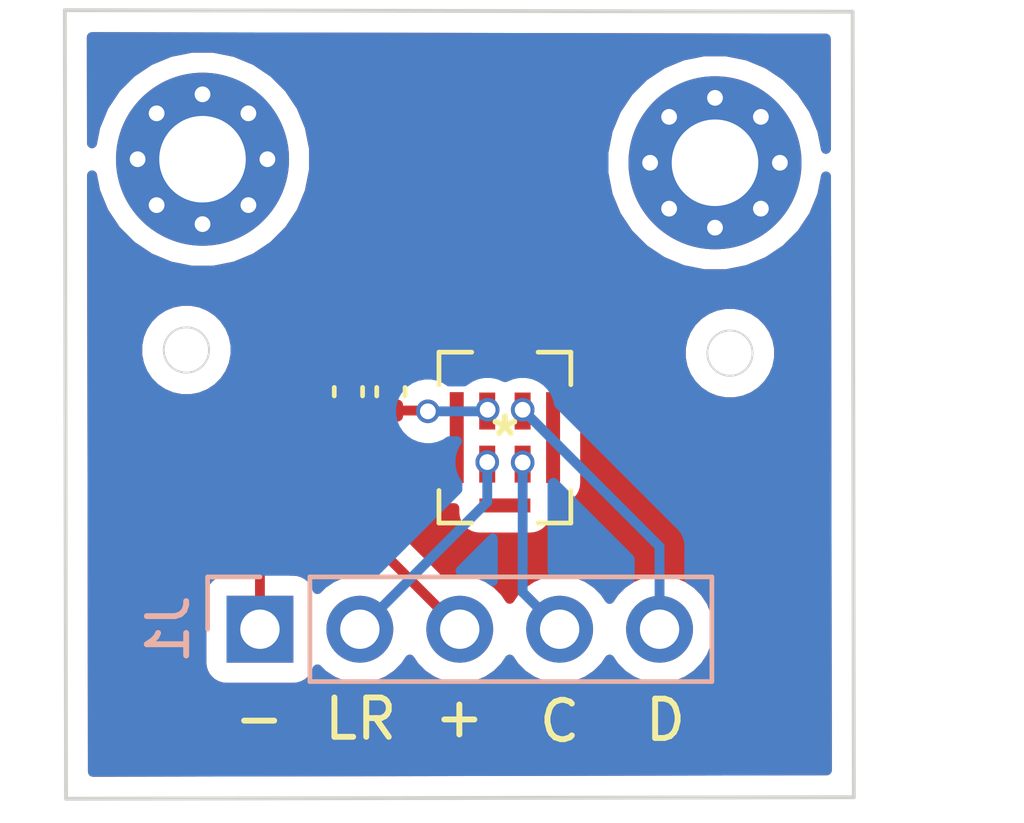
<source format=kicad_pcb>
(kicad_pcb (version 20171130) (host pcbnew "(5.1.10)-1")

  (general
    (thickness 1.6)
    (drawings 13)
    (tracks 25)
    (zones 0)
    (modules 6)
    (nets 6)
  )

  (page A4)
  (layers
    (0 TOP signal)
    (31 BOT signal)
    (32 B.Adhes user)
    (33 F.Adhes user)
    (34 B.Paste user)
    (35 F.Paste user)
    (36 B.SilkS user)
    (37 F.SilkS user)
    (38 B.Mask user)
    (39 F.Mask user)
    (40 Dwgs.User user)
    (41 Cmts.User user)
    (42 Eco1.User user)
    (43 Eco2.User user)
    (44 Edge.Cuts user)
    (45 Margin user)
    (46 B.CrtYd user)
    (47 F.CrtYd user)
    (48 B.Fab user hide)
    (49 F.Fab user)
  )

  (setup
    (last_trace_width 0.25)
    (user_trace_width 0.2)
    (user_trace_width 0.5)
    (trace_clearance 0.2)
    (zone_clearance 0.508)
    (zone_45_only no)
    (trace_min 0.2)
    (via_size 0.8)
    (via_drill 0.4)
    (via_min_size 0.4)
    (via_min_drill 0.3)
    (user_via 0.6 0.4)
    (uvia_size 0.3)
    (uvia_drill 0.1)
    (uvias_allowed no)
    (uvia_min_size 0.2)
    (uvia_min_drill 0.1)
    (edge_width 0.05)
    (segment_width 0.2)
    (pcb_text_width 0.3)
    (pcb_text_size 1.5 1.5)
    (mod_edge_width 0.12)
    (mod_text_size 1 1)
    (mod_text_width 0.15)
    (pad_size 1.524 1.524)
    (pad_drill 0.762)
    (pad_to_mask_clearance 0)
    (aux_axis_origin 0 0)
    (visible_elements 7FFFFFFF)
    (pcbplotparams
      (layerselection 0x010fc_ffffffff)
      (usegerberextensions false)
      (usegerberattributes true)
      (usegerberadvancedattributes true)
      (creategerberjobfile false)
      (excludeedgelayer true)
      (linewidth 0.100000)
      (plotframeref false)
      (viasonmask false)
      (mode 1)
      (useauxorigin false)
      (hpglpennumber 1)
      (hpglpenspeed 20)
      (hpglpendiameter 15.000000)
      (psnegative false)
      (psa4output false)
      (plotreference true)
      (plotvalue true)
      (plotinvisibletext false)
      (padsonsilk false)
      (subtractmaskfromsilk false)
      (outputformat 1)
      (mirror false)
      (drillshape 0)
      (scaleselection 1)
      (outputdirectory "assembly/"))
  )

  (net 0 "")
  (net 1 VCC)
  (net 2 GND)
  (net 3 LR)
  (net 4 CLK)
  (net 5 DOUT)

  (net_class Default "This is the default net class."
    (clearance 0.2)
    (trace_width 0.25)
    (via_dia 0.8)
    (via_drill 0.4)
    (uvia_dia 0.3)
    (uvia_drill 0.1)
    (add_net CLK)
    (add_net DOUT)
    (add_net GND)
    (add_net LR)
    (add_net VCC)
  )

  (module MountingHole:MountingHole_2.2mm_M2_Pad_Via (layer TOP) (tedit 56DDB9C7) (tstamp 6188F320)
    (at 140.34 92.17)
    (descr "Mounting Hole 2.2mm, M2")
    (tags "mounting hole 2.2mm m2")
    (path /618B6D2B)
    (attr virtual)
    (fp_text reference H2 (at 0 -3.2) (layer F.Fab)
      (effects (font (size 1 1) (thickness 0.15)))
    )
    (fp_text value MountingHole (at 0 3.2) (layer F.Fab)
      (effects (font (size 1 1) (thickness 0.15)))
    )
    (fp_text user %R (at 0.3 0) (layer F.Fab)
      (effects (font (size 1 1) (thickness 0.15)))
    )
    (fp_circle (center 0 0) (end 2.2 0) (layer Cmts.User) (width 0.15))
    (fp_circle (center 0 0) (end 2.45 0) (layer F.CrtYd) (width 0.05))
    (pad 1 thru_hole circle (at 1.166726 -1.166726) (size 0.7 0.7) (drill 0.4) (layers *.Cu *.Mask))
    (pad 1 thru_hole circle (at 0 -1.65) (size 0.7 0.7) (drill 0.4) (layers *.Cu *.Mask))
    (pad 1 thru_hole circle (at -1.166726 -1.166726) (size 0.7 0.7) (drill 0.4) (layers *.Cu *.Mask))
    (pad 1 thru_hole circle (at -1.65 0) (size 0.7 0.7) (drill 0.4) (layers *.Cu *.Mask))
    (pad 1 thru_hole circle (at -1.166726 1.166726) (size 0.7 0.7) (drill 0.4) (layers *.Cu *.Mask))
    (pad 1 thru_hole circle (at 0 1.65) (size 0.7 0.7) (drill 0.4) (layers *.Cu *.Mask))
    (pad 1 thru_hole circle (at 1.166726 1.166726) (size 0.7 0.7) (drill 0.4) (layers *.Cu *.Mask))
    (pad 1 thru_hole circle (at 1.65 0) (size 0.7 0.7) (drill 0.4) (layers *.Cu *.Mask))
    (pad 1 thru_hole circle (at 0 0) (size 4.4 4.4) (drill 2.2) (layers *.Cu *.Mask))
  )

  (module MountingHole:MountingHole_2.2mm_M2_Pad_Via (layer TOP) (tedit 56DDB9C7) (tstamp 6188F310)
    (at 127.31 92.08)
    (descr "Mounting Hole 2.2mm, M2")
    (tags "mounting hole 2.2mm m2")
    (path /618B5F91)
    (attr virtual)
    (fp_text reference H1 (at 0 -3.2) (layer F.Fab)
      (effects (font (size 1 1) (thickness 0.15)))
    )
    (fp_text value MountingHole (at 0 3.2) (layer F.Fab)
      (effects (font (size 1 1) (thickness 0.15)))
    )
    (fp_text user %R (at 0.3 0) (layer F.Fab)
      (effects (font (size 1 1) (thickness 0.15)))
    )
    (fp_circle (center 0 0) (end 2.2 0) (layer Cmts.User) (width 0.15))
    (fp_circle (center 0 0) (end 2.45 0) (layer F.CrtYd) (width 0.05))
    (pad 1 thru_hole circle (at 1.166726 -1.166726) (size 0.7 0.7) (drill 0.4) (layers *.Cu *.Mask))
    (pad 1 thru_hole circle (at 0 -1.65) (size 0.7 0.7) (drill 0.4) (layers *.Cu *.Mask))
    (pad 1 thru_hole circle (at -1.166726 -1.166726) (size 0.7 0.7) (drill 0.4) (layers *.Cu *.Mask))
    (pad 1 thru_hole circle (at -1.65 0) (size 0.7 0.7) (drill 0.4) (layers *.Cu *.Mask))
    (pad 1 thru_hole circle (at -1.166726 1.166726) (size 0.7 0.7) (drill 0.4) (layers *.Cu *.Mask))
    (pad 1 thru_hole circle (at 0 1.65) (size 0.7 0.7) (drill 0.4) (layers *.Cu *.Mask))
    (pad 1 thru_hole circle (at 1.166726 1.166726) (size 0.7 0.7) (drill 0.4) (layers *.Cu *.Mask))
    (pad 1 thru_hole circle (at 1.65 0) (size 0.7 0.7) (drill 0.4) (layers *.Cu *.Mask))
    (pad 1 thru_hole circle (at 0 0) (size 4.4 4.4) (drill 2.2) (layers *.Cu *.Mask))
  )

  (module mic:MP34DT05TR-A (layer TOP) (tedit 6188812C) (tstamp 6188F777)
    (at 134.998401 99.157466)
    (path /6188B7E8)
    (attr smd)
    (fp_text reference U1 (at 0 0) (layer F.Fab)
      (effects (font (size 1 1) (thickness 0.15)))
    )
    (fp_text value MP34DT05TR-A (at 0.631599 0.122534) (layer F.Fab)
      (effects (font (size 1 1) (thickness 0.15)))
    )
    (fp_circle (center -0.2468 -0.675) (end -0.2468 -0.675) (layer F.Fab) (width 0.1))
    (fp_circle (center -1.4298 -0.675) (end -1.4298 -0.675) (layer F.CrtYd) (width 0.05))
    (fp_line (start -1.8034 1.3989) (end -1.8034 1.3989) (layer F.CrtYd) (width 0.05))
    (fp_line (start -1.8034 2.2987) (end -1.8034 1.3989) (layer F.CrtYd) (width 0.05))
    (fp_line (start 1.8034 2.2987) (end -1.8034 2.2987) (layer F.CrtYd) (width 0.05))
    (fp_line (start 1.8034 1.3989) (end 1.8034 2.2987) (layer F.CrtYd) (width 0.05))
    (fp_line (start 1.8034 1.3989) (end 1.8034 1.3989) (layer F.CrtYd) (width 0.05))
    (fp_line (start 1.8034 -1.3989) (end 1.8034 1.3989) (layer F.CrtYd) (width 0.05))
    (fp_line (start 1.8034 -1.3989) (end 1.8034 -1.3989) (layer F.CrtYd) (width 0.05))
    (fp_line (start 1.8034 -2.2987) (end 1.8034 -1.3989) (layer F.CrtYd) (width 0.05))
    (fp_line (start -1.8034 -2.2987) (end 1.8034 -2.2987) (layer F.CrtYd) (width 0.05))
    (fp_line (start -1.8034 -1.3989) (end -1.8034 -2.2987) (layer F.CrtYd) (width 0.05))
    (fp_line (start -1.8034 -1.3989) (end -1.8034 -1.3989) (layer F.CrtYd) (width 0.05))
    (fp_line (start -1.8034 1.3989) (end -1.8034 -1.3989) (layer F.CrtYd) (width 0.05))
    (fp_line (start -1.6764 1.345065) (end -1.6764 2.1717) (layer F.SilkS) (width 0.12))
    (fp_line (start 1.6764 -1.345065) (end 1.6764 -2.1717) (layer F.SilkS) (width 0.12))
    (fp_line (start -0.843681 -2.1717) (end -1.6764 -2.1717) (layer F.SilkS) (width 0.12))
    (fp_line (start 0.843681 2.1717) (end 1.6764 2.1717) (layer F.SilkS) (width 0.12))
    (fp_line (start -1.5494 -2.0447) (end -1.5494 2.0447) (layer F.Fab) (width 0.1))
    (fp_line (start 1.5494 -2.0447) (end -1.5494 -2.0447) (layer F.Fab) (width 0.1))
    (fp_line (start 1.5494 2.0447) (end 1.5494 -2.0447) (layer F.Fab) (width 0.1))
    (fp_line (start -1.5494 2.0447) (end 1.5494 2.0447) (layer F.Fab) (width 0.1))
    (fp_line (start -1.6764 -2.1717) (end -1.6764 -1.345065) (layer F.SilkS) (width 0.12))
    (fp_line (start 1.6764 -2.1717) (end 0.843681 -2.1717) (layer F.SilkS) (width 0.12))
    (fp_line (start 1.6764 2.1717) (end 1.6764 1.345065) (layer F.SilkS) (width 0.12))
    (fp_line (start -1.6764 2.1717) (end -0.843681 2.1717) (layer F.SilkS) (width 0.12))
    (fp_text user * (at 0 0) (layer F.Fab)
      (effects (font (size 1 1) (thickness 0.15)))
    )
    (fp_text user * (at 0 0) (layer F.SilkS)
      (effects (font (size 1 1) (thickness 0.15)))
    )
    (fp_text user "Copyright 2021 Accelerated Designs. All rights reserved." (at 8.691599 1.132534) (layer Cmts.User)
      (effects (font (size 0.127 0.127) (thickness 0.002)))
    )
    (pad 7 smd rect (at -1.225 0) (size 0.3556 2.3114) (layers TOP F.Paste F.Mask))
    (pad 8 smd rect (at 1.225 0) (size 0.3556 2.3114) (layers TOP F.Paste F.Mask))
    (pad 4 smd rect (at 0.449999 -0.675) (size 0.4064 0.9398) (layers TOP F.Paste F.Mask)
      (net 5 DOUT))
    (pad 5 smd rect (at 0 -1.725) (size 1.2954 0.3556) (layers TOP F.Paste F.Mask)
      (net 2 GND))
    (pad 6 smd rect (at 0 1.725) (size 1.2954 0.3556) (layers TOP F.Paste F.Mask))
    (pad 3 smd rect (at 0.449999 0.675) (size 0.4064 0.9398) (layers TOP F.Paste F.Mask)
      (net 4 CLK))
    (pad 2 smd rect (at -0.449999 0.675) (size 0.4064 0.9398) (layers TOP F.Paste F.Mask)
      (net 3 LR))
    (pad 1 smd rect (at -0.449999 -0.675) (size 0.4064 0.9398) (layers TOP F.Paste F.Mask)
      (net 1 VCC))
  )

  (module Connector_PinHeader_2.54mm:PinHeader_1x05_P2.54mm_Vertical (layer BOT) (tedit 59FED5CC) (tstamp 6188F71F)
    (at 128.77 104.03 270)
    (descr "Through hole straight pin header, 1x05, 2.54mm pitch, single row")
    (tags "Through hole pin header THT 1x05 2.54mm single row")
    (path /62678D89)
    (fp_text reference J1 (at 0 2.33 270) (layer B.SilkS)
      (effects (font (size 1 1) (thickness 0.15)) (justify mirror))
    )
    (fp_text value Conn_01x05_Male (at 0 -12.49 270) (layer B.Fab)
      (effects (font (size 1 1) (thickness 0.15)) (justify mirror))
    )
    (fp_line (start 1.8 1.8) (end -1.8 1.8) (layer B.CrtYd) (width 0.05))
    (fp_line (start 1.8 -11.95) (end 1.8 1.8) (layer B.CrtYd) (width 0.05))
    (fp_line (start -1.8 -11.95) (end 1.8 -11.95) (layer B.CrtYd) (width 0.05))
    (fp_line (start -1.8 1.8) (end -1.8 -11.95) (layer B.CrtYd) (width 0.05))
    (fp_line (start -1.33 1.33) (end 0 1.33) (layer B.SilkS) (width 0.12))
    (fp_line (start -1.33 0) (end -1.33 1.33) (layer B.SilkS) (width 0.12))
    (fp_line (start -1.33 -1.27) (end 1.33 -1.27) (layer B.SilkS) (width 0.12))
    (fp_line (start 1.33 -1.27) (end 1.33 -11.49) (layer B.SilkS) (width 0.12))
    (fp_line (start -1.33 -1.27) (end -1.33 -11.49) (layer B.SilkS) (width 0.12))
    (fp_line (start -1.33 -11.49) (end 1.33 -11.49) (layer B.SilkS) (width 0.12))
    (fp_line (start -1.27 0.635) (end -0.635 1.27) (layer B.Fab) (width 0.1))
    (fp_line (start -1.27 -11.43) (end -1.27 0.635) (layer B.Fab) (width 0.1))
    (fp_line (start 1.27 -11.43) (end -1.27 -11.43) (layer B.Fab) (width 0.1))
    (fp_line (start 1.27 1.27) (end 1.27 -11.43) (layer B.Fab) (width 0.1))
    (fp_line (start -0.635 1.27) (end 1.27 1.27) (layer B.Fab) (width 0.1))
    (fp_text user %R (at 0 -5.08) (layer B.Fab)
      (effects (font (size 1 1) (thickness 0.15)) (justify mirror))
    )
    (pad 5 thru_hole oval (at 0 -10.16 270) (size 1.7 1.7) (drill 1) (layers *.Cu *.Mask)
      (net 5 DOUT))
    (pad 4 thru_hole oval (at 0 -7.62 270) (size 1.7 1.7) (drill 1) (layers *.Cu *.Mask)
      (net 4 CLK))
    (pad 3 thru_hole oval (at 0 -5.08 270) (size 1.7 1.7) (drill 1) (layers *.Cu *.Mask)
      (net 1 VCC))
    (pad 2 thru_hole oval (at 0 -2.54 270) (size 1.7 1.7) (drill 1) (layers *.Cu *.Mask)
      (net 3 LR))
    (pad 1 thru_hole rect (at 0 0 270) (size 1.7 1.7) (drill 1) (layers *.Cu *.Mask)
      (net 2 GND))
    (model ${KISYS3DMOD}/Connector_PinHeader_2.54mm.3dshapes/PinHeader_1x05_P2.54mm_Vertical.wrl
      (at (xyz 0 0 0))
      (scale (xyz 1 1 1))
      (rotate (xyz 0 0 0))
    )
  )

  (module Capacitor_SMD:C_0402_1005Metric (layer TOP) (tedit 5F68FEEE) (tstamp 6188F6E7)
    (at 132.1 97.99 270)
    (descr "Capacitor SMD 0402 (1005 Metric), square (rectangular) end terminal, IPC_7351 nominal, (Body size source: IPC-SM-782 page 76, https://www.pcb-3d.com/wordpress/wp-content/uploads/ipc-sm-782a_amendment_1_and_2.pdf), generated with kicad-footprint-generator")
    (tags capacitor)
    (path /62671F9D)
    (attr smd)
    (fp_text reference C2 (at 0 -1.16 90) (layer F.Fab)
      (effects (font (size 1 1) (thickness 0.15)))
    )
    (fp_text value 100nF (at 0 1.16 90) (layer F.Fab)
      (effects (font (size 1 1) (thickness 0.15)))
    )
    (fp_line (start 0.91 0.46) (end -0.91 0.46) (layer F.CrtYd) (width 0.05))
    (fp_line (start 0.91 -0.46) (end 0.91 0.46) (layer F.CrtYd) (width 0.05))
    (fp_line (start -0.91 -0.46) (end 0.91 -0.46) (layer F.CrtYd) (width 0.05))
    (fp_line (start -0.91 0.46) (end -0.91 -0.46) (layer F.CrtYd) (width 0.05))
    (fp_line (start -0.107836 0.36) (end 0.107836 0.36) (layer F.SilkS) (width 0.12))
    (fp_line (start -0.107836 -0.36) (end 0.107836 -0.36) (layer F.SilkS) (width 0.12))
    (fp_line (start 0.5 0.25) (end -0.5 0.25) (layer F.Fab) (width 0.1))
    (fp_line (start 0.5 -0.25) (end 0.5 0.25) (layer F.Fab) (width 0.1))
    (fp_line (start -0.5 -0.25) (end 0.5 -0.25) (layer F.Fab) (width 0.1))
    (fp_line (start -0.5 0.25) (end -0.5 -0.25) (layer F.Fab) (width 0.1))
    (fp_text user %R (at 0 0 90) (layer F.Fab)
      (effects (font (size 0.25 0.25) (thickness 0.04)))
    )
    (pad 2 smd roundrect (at 0.48 0 270) (size 0.56 0.62) (layers TOP F.Paste F.Mask) (roundrect_rratio 0.25)
      (net 1 VCC))
    (pad 1 smd roundrect (at -0.48 0 270) (size 0.56 0.62) (layers TOP F.Paste F.Mask) (roundrect_rratio 0.25)
      (net 2 GND))
    (model ${KISYS3DMOD}/Capacitor_SMD.3dshapes/C_0402_1005Metric.wrl
      (at (xyz 0 0 0))
      (scale (xyz 1 1 1))
      (rotate (xyz 0 0 0))
    )
  )

  (module Capacitor_SMD:C_0402_1005Metric (layer TOP) (tedit 5F68FEEE) (tstamp 6188F7D7)
    (at 131.02 97.99 270)
    (descr "Capacitor SMD 0402 (1005 Metric), square (rectangular) end terminal, IPC_7351 nominal, (Body size source: IPC-SM-782 page 76, https://www.pcb-3d.com/wordpress/wp-content/uploads/ipc-sm-782a_amendment_1_and_2.pdf), generated with kicad-footprint-generator")
    (tags capacitor)
    (path /62670E37)
    (attr smd)
    (fp_text reference C1 (at 0 -1.16 90) (layer F.Fab)
      (effects (font (size 1 1) (thickness 0.15)))
    )
    (fp_text value 1uF (at 0 1.16 90) (layer F.Fab)
      (effects (font (size 1 1) (thickness 0.15)))
    )
    (fp_line (start 0.91 0.46) (end -0.91 0.46) (layer F.CrtYd) (width 0.05))
    (fp_line (start 0.91 -0.46) (end 0.91 0.46) (layer F.CrtYd) (width 0.05))
    (fp_line (start -0.91 -0.46) (end 0.91 -0.46) (layer F.CrtYd) (width 0.05))
    (fp_line (start -0.91 0.46) (end -0.91 -0.46) (layer F.CrtYd) (width 0.05))
    (fp_line (start -0.107836 0.36) (end 0.107836 0.36) (layer F.SilkS) (width 0.12))
    (fp_line (start -0.107836 -0.36) (end 0.107836 -0.36) (layer F.SilkS) (width 0.12))
    (fp_line (start 0.5 0.25) (end -0.5 0.25) (layer F.Fab) (width 0.1))
    (fp_line (start 0.5 -0.25) (end 0.5 0.25) (layer F.Fab) (width 0.1))
    (fp_line (start -0.5 -0.25) (end 0.5 -0.25) (layer F.Fab) (width 0.1))
    (fp_line (start -0.5 0.25) (end -0.5 -0.25) (layer F.Fab) (width 0.1))
    (fp_text user %R (at 0 0 90) (layer F.Fab)
      (effects (font (size 0.25 0.25) (thickness 0.04)))
    )
    (pad 2 smd roundrect (at 0.48 0 270) (size 0.56 0.62) (layers TOP F.Paste F.Mask) (roundrect_rratio 0.25)
      (net 1 VCC))
    (pad 1 smd roundrect (at -0.48 0 270) (size 0.56 0.62) (layers TOP F.Paste F.Mask) (roundrect_rratio 0.25)
      (net 2 GND))
    (model ${KISYS3DMOD}/Capacitor_SMD.3dshapes/C_0402_1005Metric.wrl
      (at (xyz 0 0 0))
      (scale (xyz 1 1 1))
      (rotate (xyz 0 0 0))
    )
  )

  (gr_line (start 123.81 88.29) (end 143.84 88.33) (layer Edge.Cuts) (width 0.1))
  (gr_line (start 123.84 108.34) (end 123.81 88.29) (layer Edge.Cuts) (width 0.1))
  (gr_line (start 143.87 108.3) (end 123.84 108.34) (layer Edge.Cuts) (width 0.1))
  (gr_line (start 143.84 88.33) (end 143.87 108.3) (layer Edge.Cuts) (width 0.1))
  (dimension 20.02004 (width 0.15) (layer Dwgs.User) (tstamp 6188F7FF)
    (gr_text "20.020 mm" (at 133.862597 109.599997 0.1144769296) (layer Dwgs.User) (tstamp 6188F800)
      (effects (font (size 1 1) (thickness 0.15)))
    )
    (feature1 (pts (xy 143.831475 88.998439) (xy 143.871171 108.866419)))
    (feature2 (pts (xy 123.811475 89.038439) (xy 123.851171 108.906419)))
    (crossbar (pts (xy 123.85 108.32) (xy 143.87 108.28)))
    (arrow1a (pts (xy 143.87 108.28) (xy 142.74467 108.86867)))
    (arrow1b (pts (xy 143.87 108.28) (xy 142.742327 107.695831)))
    (arrow2a (pts (xy 123.85 108.32) (xy 124.977673 108.904169)))
    (arrow2b (pts (xy 123.85 108.32) (xy 124.97533 107.73133)))
  )
  (dimension 20.02004 (width 0.15) (layer Dwgs.User) (tstamp 6188F805)
    (gr_text "20.020 mm" (at 146.834172 98.34792 89.88552307) (layer Dwgs.User) (tstamp 6188F806)
      (effects (font (size 1 1) (thickness 0.15)))
    )
    (feature1 (pts (xy 122.83 108.31) (xy 146.100594 108.356495)))
    (feature2 (pts (xy 122.87 88.29) (xy 146.140594 88.336495)))
    (crossbar (pts (xy 145.554175 88.335323) (xy 145.514175 108.355323)))
    (arrow1a (pts (xy 145.514175 108.355323) (xy 144.930006 107.22765)))
    (arrow1b (pts (xy 145.514175 108.355323) (xy 146.102845 107.229993)))
    (arrow2a (pts (xy 145.554175 88.335323) (xy 144.965505 89.460653)))
    (arrow2b (pts (xy 145.554175 88.335323) (xy 146.138344 89.462996)))
  )
  (gr_text LR (at 131.33 106.31) (layer F.SilkS) (tstamp 6188F693)
    (effects (font (size 1 1) (thickness 0.15)))
  )
  (gr_text D (at 139.08 106.34) (layer F.SilkS) (tstamp 6188F696)
    (effects (font (size 1 1) (thickness 0.15)))
  )
  (gr_text C (at 136.39 106.37) (layer F.SilkS) (tstamp 6188F690)
    (effects (font (size 1 1) (thickness 0.15)))
  )
  (gr_text - (at 128.75 106.28) (layer F.SilkS) (tstamp 6188F68D)
    (effects (font (size 1 1) (thickness 0.15)))
  )
  (gr_text + (at 133.84 106.25) (layer F.SilkS) (tstamp 6188F699)
    (effects (font (size 1 1) (thickness 0.15)))
  )
  (gr_circle (center 140.72 97.01) (end 141.296 97.01) (layer Edge.Cuts) (width 0.05) (tstamp 6188F7F8))
  (gr_circle (center 126.9 96.93) (end 127.476 96.93) (layer Edge.Cuts) (width 0.05) (tstamp 6188F7FB))

  (via (at 133.04 98.49) (size 0.6) (drill 0.4) (layers TOP BOT) (net 1) (tstamp 6188F80D))
  (via (at 134.56 98.45) (size 0.6) (drill 0.4) (layers TOP BOT) (net 1) (tstamp 6188F810) (status 30))
  (segment (start 132.1 98.47) (end 131.02 98.47) (width 0.25) (layer TOP) (net 1) (tstamp 6188F69F) (status 30))
  (segment (start 133.02 98.47) (end 133.04 98.49) (width 0.25) (layer TOP) (net 1) (tstamp 6188F69C))
  (segment (start 132.1 98.47) (end 133.02 98.47) (width 0.25) (layer TOP) (net 1) (tstamp 6188F6D2) (status 10))
  (segment (start 134.52 98.49) (end 134.56 98.45) (width 0.25) (layer BOT) (net 1) (tstamp 6188F6C3))
  (segment (start 133.04 98.49) (end 134.52 98.49) (width 0.25) (layer BOT) (net 1) (tstamp 6188F6C0))
  (segment (start 131.02 101.2) (end 133.85 104.03) (width 0.25) (layer TOP) (net 1) (tstamp 6188F6D5))
  (segment (start 131.02 98.47) (end 131.02 101.2) (width 0.25) (layer TOP) (net 1) (tstamp 6188F6C9))
  (segment (start 132.1 97.51) (end 131.02 97.51) (width 0.25) (layer TOP) (net 2) (tstamp 6188F6C6) (status 30))
  (segment (start 132.177534 97.432466) (end 132.1 97.51) (width 0.25) (layer TOP) (net 2) (tstamp 6188F6B4) (status 30))
  (segment (start 134.998401 97.432466) (end 132.177534 97.432466) (width 0.25) (layer TOP) (net 2) (tstamp 6188F6B1) (status 30))
  (segment (start 128.77 99.45) (end 128.77 104.03) (width 0.25) (layer TOP) (net 2) (tstamp 6188F6A8))
  (segment (start 130.71 97.51) (end 128.77 99.45) (width 0.25) (layer TOP) (net 2) (tstamp 6188F6AE))
  (segment (start 131.02 97.51) (end 130.71 97.51) (width 0.25) (layer TOP) (net 2) (tstamp 6188F6B7))
  (via (at 134.55 99.78) (size 0.6) (drill 0.4) (layers TOP BOT) (net 3) (tstamp 6188F80A) (status 30))
  (segment (start 131.43 103.91) (end 131.31 104.03) (width 0.25) (layer BOT) (net 3) (tstamp 6188F6A5) (status 30))
  (segment (start 134.55 100.79) (end 131.31 104.03) (width 0.25) (layer BOT) (net 3) (tstamp 6188F6CF))
  (segment (start 134.55 99.78) (end 134.55 100.79) (width 0.25) (layer BOT) (net 3) (tstamp 6188F6A2))
  (via (at 135.45 99.79) (size 0.6) (drill 0.4) (layers TOP BOT) (net 4) (tstamp 6188F813) (status 30))
  (segment (start 135.45 103.09) (end 136.39 104.03) (width 0.25) (layer BOT) (net 4) (tstamp 6188F6BD))
  (segment (start 135.45 99.79) (end 135.45 103.09) (width 0.25) (layer BOT) (net 4) (tstamp 6188F6CC))
  (via (at 135.45 98.45) (size 0.6) (drill 0.4) (layers TOP BOT) (net 5) (tstamp 6188F816) (status 30))
  (segment (start 138.93 101.93) (end 138.93 104.03) (width 0.25) (layer BOT) (net 5) (tstamp 6188F6AB))
  (segment (start 135.45 98.45) (end 138.93 101.93) (width 0.25) (layer BOT) (net 5) (tstamp 6188F6BA))

  (zone (net 0) (net_name "") (layer TOP) (tstamp 0) (hatch edge 0.508)
    (connect_pads (clearance 0.508))
    (min_thickness 0.254)
    (fill yes (arc_segments 32) (thermal_gap 0.508) (thermal_bridge_width 0.508))
    (polygon
      (pts
        (xy 143.84 88.33) (xy 143.86 108.3) (xy 123.85 108.34) (xy 123.8 88.27)
      )
    )
    (filled_polygon
      (pts
        (xy 143.156027 89.013635) (xy 143.160238 91.816562) (xy 143.066052 91.343061) (xy 142.852344 90.827124) (xy 142.542088 90.362793)
        (xy 142.147207 89.967912) (xy 141.682876 89.657656) (xy 141.166939 89.443948) (xy 140.619223 89.335) (xy 140.060777 89.335)
        (xy 139.513061 89.443948) (xy 138.997124 89.657656) (xy 138.532793 89.967912) (xy 138.137912 90.362793) (xy 137.827656 90.827124)
        (xy 137.613948 91.343061) (xy 137.505 91.890777) (xy 137.505 92.449223) (xy 137.613948 92.996939) (xy 137.827656 93.512876)
        (xy 138.137912 93.977207) (xy 138.532793 94.372088) (xy 138.997124 94.682344) (xy 139.513061 94.896052) (xy 140.060777 95.005)
        (xy 140.619223 95.005) (xy 141.166939 94.896052) (xy 141.682876 94.682344) (xy 142.147207 94.372088) (xy 142.542088 93.977207)
        (xy 142.852344 93.512876) (xy 143.066052 92.996939) (xy 143.161292 92.518139) (xy 143.183973 107.616369) (xy 124.523973 107.653633)
        (xy 124.51728 103.18) (xy 127.281928 103.18) (xy 127.281928 104.88) (xy 127.294188 105.004482) (xy 127.330498 105.12418)
        (xy 127.389463 105.234494) (xy 127.468815 105.331185) (xy 127.565506 105.410537) (xy 127.67582 105.469502) (xy 127.795518 105.505812)
        (xy 127.92 105.518072) (xy 129.62 105.518072) (xy 129.744482 105.505812) (xy 129.86418 105.469502) (xy 129.974494 105.410537)
        (xy 130.071185 105.331185) (xy 130.150537 105.234494) (xy 130.209502 105.12418) (xy 130.231513 105.05162) (xy 130.363368 105.183475)
        (xy 130.606589 105.34599) (xy 130.876842 105.457932) (xy 131.16374 105.515) (xy 131.45626 105.515) (xy 131.743158 105.457932)
        (xy 132.013411 105.34599) (xy 132.256632 105.183475) (xy 132.463475 104.976632) (xy 132.58 104.80224) (xy 132.696525 104.976632)
        (xy 132.903368 105.183475) (xy 133.146589 105.34599) (xy 133.416842 105.457932) (xy 133.70374 105.515) (xy 133.99626 105.515)
        (xy 134.283158 105.457932) (xy 134.553411 105.34599) (xy 134.796632 105.183475) (xy 135.003475 104.976632) (xy 135.12 104.80224)
        (xy 135.236525 104.976632) (xy 135.443368 105.183475) (xy 135.686589 105.34599) (xy 135.956842 105.457932) (xy 136.24374 105.515)
        (xy 136.53626 105.515) (xy 136.823158 105.457932) (xy 137.093411 105.34599) (xy 137.336632 105.183475) (xy 137.543475 104.976632)
        (xy 137.66 104.80224) (xy 137.776525 104.976632) (xy 137.983368 105.183475) (xy 138.226589 105.34599) (xy 138.496842 105.457932)
        (xy 138.78374 105.515) (xy 139.07626 105.515) (xy 139.363158 105.457932) (xy 139.633411 105.34599) (xy 139.876632 105.183475)
        (xy 140.083475 104.976632) (xy 140.24599 104.733411) (xy 140.357932 104.463158) (xy 140.415 104.17626) (xy 140.415 103.88374)
        (xy 140.357932 103.596842) (xy 140.24599 103.326589) (xy 140.083475 103.083368) (xy 139.876632 102.876525) (xy 139.633411 102.71401)
        (xy 139.363158 102.602068) (xy 139.07626 102.545) (xy 138.78374 102.545) (xy 138.496842 102.602068) (xy 138.226589 102.71401)
        (xy 137.983368 102.876525) (xy 137.776525 103.083368) (xy 137.66 103.25776) (xy 137.543475 103.083368) (xy 137.336632 102.876525)
        (xy 137.093411 102.71401) (xy 136.823158 102.602068) (xy 136.53626 102.545) (xy 136.24374 102.545) (xy 135.956842 102.602068)
        (xy 135.686589 102.71401) (xy 135.443368 102.876525) (xy 135.236525 103.083368) (xy 135.12 103.25776) (xy 135.003475 103.083368)
        (xy 134.796632 102.876525) (xy 134.553411 102.71401) (xy 134.283158 102.602068) (xy 133.99626 102.545) (xy 133.70374 102.545)
        (xy 133.483593 102.58879) (xy 131.78 100.885199) (xy 131.78 99.373299) (xy 131.93 99.388072) (xy 132.27 99.388072)
        (xy 132.421794 99.373122) (xy 132.567755 99.328845) (xy 132.592594 99.315568) (xy 132.597111 99.318586) (xy 132.767271 99.389068)
        (xy 132.947911 99.425) (xy 132.957529 99.425) (xy 132.957529 100.313166) (xy 132.969789 100.437648) (xy 133.006099 100.557346)
        (xy 133.065064 100.66766) (xy 133.144416 100.764351) (xy 133.241107 100.843703) (xy 133.351421 100.902668) (xy 133.471119 100.938978)
        (xy 133.595601 100.951238) (xy 133.712629 100.951238) (xy 133.712629 101.060266) (xy 133.724889 101.184748) (xy 133.761199 101.304446)
        (xy 133.820164 101.41476) (xy 133.899516 101.511451) (xy 133.996207 101.590803) (xy 134.106521 101.649768) (xy 134.226219 101.686078)
        (xy 134.350701 101.698338) (xy 135.646101 101.698338) (xy 135.770583 101.686078) (xy 135.890281 101.649768) (xy 136.000595 101.590803)
        (xy 136.097286 101.511451) (xy 136.176638 101.41476) (xy 136.235603 101.304446) (xy 136.271913 101.184748) (xy 136.284173 101.060266)
        (xy 136.284173 100.951238) (xy 136.401201 100.951238) (xy 136.525683 100.938978) (xy 136.645381 100.902668) (xy 136.755695 100.843703)
        (xy 136.852386 100.764351) (xy 136.931738 100.66766) (xy 136.990703 100.557346) (xy 137.027013 100.437648) (xy 137.039273 100.313166)
        (xy 137.039273 98.001766) (xy 137.027013 97.877284) (xy 136.990703 97.757586) (xy 136.931738 97.647272) (xy 136.852386 97.550581)
        (xy 136.755695 97.471229) (xy 136.645381 97.412264) (xy 136.525683 97.375954) (xy 136.401201 97.363694) (xy 136.284173 97.363694)
        (xy 136.284173 97.254666) (xy 136.271913 97.130184) (xy 136.235603 97.010486) (xy 136.176638 96.900172) (xy 136.165738 96.88689)
        (xy 139.470048 96.88689) (xy 139.470048 97.13311) (xy 139.518083 97.374598) (xy 139.612307 97.602074) (xy 139.749099 97.806798)
        (xy 139.923202 97.980901) (xy 140.127926 98.117693) (xy 140.355402 98.211917) (xy 140.59689 98.259952) (xy 140.84311 98.259952)
        (xy 141.084598 98.211917) (xy 141.312074 98.117693) (xy 141.516798 97.980901) (xy 141.690901 97.806798) (xy 141.827693 97.602074)
        (xy 141.921917 97.374598) (xy 141.969952 97.13311) (xy 141.969952 96.88689) (xy 141.921917 96.645402) (xy 141.827693 96.417926)
        (xy 141.690901 96.213202) (xy 141.516798 96.039099) (xy 141.312074 95.902307) (xy 141.084598 95.808083) (xy 140.84311 95.760048)
        (xy 140.59689 95.760048) (xy 140.355402 95.808083) (xy 140.127926 95.902307) (xy 139.923202 96.039099) (xy 139.749099 96.213202)
        (xy 139.612307 96.417926) (xy 139.518083 96.645402) (xy 139.470048 96.88689) (xy 136.165738 96.88689) (xy 136.097286 96.803481)
        (xy 136.000595 96.724129) (xy 135.890281 96.665164) (xy 135.770583 96.628854) (xy 135.646101 96.616594) (xy 134.350701 96.616594)
        (xy 134.226219 96.628854) (xy 134.106521 96.665164) (xy 134.09286 96.672466) (xy 132.607625 96.672466) (xy 132.567755 96.651155)
        (xy 132.421794 96.606878) (xy 132.27 96.591928) (xy 131.93 96.591928) (xy 131.778206 96.606878) (xy 131.632245 96.651155)
        (xy 131.56 96.689771) (xy 131.487755 96.651155) (xy 131.341794 96.606878) (xy 131.19 96.591928) (xy 130.85 96.591928)
        (xy 130.698206 96.606878) (xy 130.552245 96.651155) (xy 130.417726 96.723057) (xy 130.29982 96.81982) (xy 130.203057 96.937726)
        (xy 130.19816 96.946888) (xy 130.169999 96.969999) (xy 130.146201 96.998997) (xy 128.259003 98.886196) (xy 128.229999 98.909999)
        (xy 128.196011 98.951414) (xy 128.135026 99.025724) (xy 128.102793 99.086028) (xy 128.064454 99.157754) (xy 128.020997 99.301015)
        (xy 128.01 99.412668) (xy 128.01 99.412678) (xy 128.006324 99.45) (xy 128.01 99.487323) (xy 128.010001 102.541928)
        (xy 127.92 102.541928) (xy 127.795518 102.554188) (xy 127.67582 102.590498) (xy 127.565506 102.649463) (xy 127.468815 102.728815)
        (xy 127.389463 102.825506) (xy 127.330498 102.93582) (xy 127.294188 103.055518) (xy 127.281928 103.18) (xy 124.51728 103.18)
        (xy 124.507744 96.80689) (xy 125.650048 96.80689) (xy 125.650048 97.05311) (xy 125.698083 97.294598) (xy 125.792307 97.522074)
        (xy 125.929099 97.726798) (xy 126.103202 97.900901) (xy 126.307926 98.037693) (xy 126.535402 98.131917) (xy 126.77689 98.179952)
        (xy 127.02311 98.179952) (xy 127.264598 98.131917) (xy 127.492074 98.037693) (xy 127.696798 97.900901) (xy 127.870901 97.726798)
        (xy 128.007693 97.522074) (xy 128.101917 97.294598) (xy 128.149952 97.05311) (xy 128.149952 96.80689) (xy 128.101917 96.565402)
        (xy 128.007693 96.337926) (xy 127.870901 96.133202) (xy 127.696798 95.959099) (xy 127.492074 95.822307) (xy 127.264598 95.728083)
        (xy 127.02311 95.680048) (xy 126.77689 95.680048) (xy 126.535402 95.728083) (xy 126.307926 95.822307) (xy 126.103202 95.959099)
        (xy 125.929099 96.133202) (xy 125.792307 96.337926) (xy 125.698083 96.565402) (xy 125.650048 96.80689) (xy 124.507744 96.80689)
        (xy 124.501286 92.491372) (xy 124.583948 92.906939) (xy 124.797656 93.422876) (xy 125.107912 93.887207) (xy 125.502793 94.282088)
        (xy 125.967124 94.592344) (xy 126.483061 94.806052) (xy 127.030777 94.915) (xy 127.589223 94.915) (xy 128.136939 94.806052)
        (xy 128.652876 94.592344) (xy 129.117207 94.282088) (xy 129.512088 93.887207) (xy 129.822344 93.422876) (xy 130.036052 92.906939)
        (xy 130.145 92.359223) (xy 130.145 91.800777) (xy 130.036052 91.253061) (xy 129.822344 90.737124) (xy 129.512088 90.272793)
        (xy 129.117207 89.877912) (xy 128.652876 89.567656) (xy 128.136939 89.353948) (xy 127.589223 89.245) (xy 127.030777 89.245)
        (xy 126.483061 89.353948) (xy 125.967124 89.567656) (xy 125.502793 89.877912) (xy 125.107912 90.272793) (xy 124.797656 90.737124)
        (xy 124.583948 91.253061) (xy 124.500064 91.67477) (xy 124.496027 88.976371)
      )
    )
    (filled_polygon
      (pts
        (xy 130.26 99.11166) (xy 130.260001 101.162668) (xy 130.256324 101.2) (xy 130.270998 101.348985) (xy 130.314454 101.492246)
        (xy 130.385026 101.624276) (xy 130.445808 101.698338) (xy 130.48 101.740001) (xy 130.508998 101.763799) (xy 131.290198 102.545)
        (xy 131.16374 102.545) (xy 130.876842 102.602068) (xy 130.606589 102.71401) (xy 130.363368 102.876525) (xy 130.231513 103.00838)
        (xy 130.209502 102.93582) (xy 130.150537 102.825506) (xy 130.071185 102.728815) (xy 129.974494 102.649463) (xy 129.86418 102.590498)
        (xy 129.744482 102.554188) (xy 129.62 102.541928) (xy 129.53 102.541928) (xy 129.53 99.764801) (xy 130.225356 99.069445)
      )
    )
  )
  (zone (net 0) (net_name "") (layer BOT) (tstamp 0) (hatch edge 0.508)
    (connect_pads (clearance 0.508))
    (min_thickness 0.254)
    (fill yes (arc_segments 32) (thermal_gap 0.508) (thermal_bridge_width 0.508))
    (polygon
      (pts
        (xy 143.85 88.32) (xy 143.87 108.33) (xy 123.86 108.34) (xy 123.81 88.28)
      )
    )
    (filled_polygon
      (pts
        (xy 143.156027 89.013635) (xy 143.160238 91.816562) (xy 143.066052 91.343061) (xy 142.852344 90.827124) (xy 142.542088 90.362793)
        (xy 142.147207 89.967912) (xy 141.682876 89.657656) (xy 141.166939 89.443948) (xy 140.619223 89.335) (xy 140.060777 89.335)
        (xy 139.513061 89.443948) (xy 138.997124 89.657656) (xy 138.532793 89.967912) (xy 138.137912 90.362793) (xy 137.827656 90.827124)
        (xy 137.613948 91.343061) (xy 137.505 91.890777) (xy 137.505 92.449223) (xy 137.613948 92.996939) (xy 137.827656 93.512876)
        (xy 138.137912 93.977207) (xy 138.532793 94.372088) (xy 138.997124 94.682344) (xy 139.513061 94.896052) (xy 140.060777 95.005)
        (xy 140.619223 95.005) (xy 141.166939 94.896052) (xy 141.682876 94.682344) (xy 142.147207 94.372088) (xy 142.542088 93.977207)
        (xy 142.852344 93.512876) (xy 143.066052 92.996939) (xy 143.161292 92.518139) (xy 143.183973 107.616369) (xy 124.523973 107.653633)
        (xy 124.51728 103.18) (xy 127.281928 103.18) (xy 127.281928 104.88) (xy 127.294188 105.004482) (xy 127.330498 105.12418)
        (xy 127.389463 105.234494) (xy 127.468815 105.331185) (xy 127.565506 105.410537) (xy 127.67582 105.469502) (xy 127.795518 105.505812)
        (xy 127.92 105.518072) (xy 129.62 105.518072) (xy 129.744482 105.505812) (xy 129.86418 105.469502) (xy 129.974494 105.410537)
        (xy 130.071185 105.331185) (xy 130.150537 105.234494) (xy 130.209502 105.12418) (xy 130.231513 105.05162) (xy 130.363368 105.183475)
        (xy 130.606589 105.34599) (xy 130.876842 105.457932) (xy 131.16374 105.515) (xy 131.45626 105.515) (xy 131.743158 105.457932)
        (xy 132.013411 105.34599) (xy 132.256632 105.183475) (xy 132.463475 104.976632) (xy 132.58 104.80224) (xy 132.696525 104.976632)
        (xy 132.903368 105.183475) (xy 133.146589 105.34599) (xy 133.416842 105.457932) (xy 133.70374 105.515) (xy 133.99626 105.515)
        (xy 134.283158 105.457932) (xy 134.553411 105.34599) (xy 134.796632 105.183475) (xy 135.003475 104.976632) (xy 135.12 104.80224)
        (xy 135.236525 104.976632) (xy 135.443368 105.183475) (xy 135.686589 105.34599) (xy 135.956842 105.457932) (xy 136.24374 105.515)
        (xy 136.53626 105.515) (xy 136.823158 105.457932) (xy 137.093411 105.34599) (xy 137.336632 105.183475) (xy 137.543475 104.976632)
        (xy 137.66 104.80224) (xy 137.776525 104.976632) (xy 137.983368 105.183475) (xy 138.226589 105.34599) (xy 138.496842 105.457932)
        (xy 138.78374 105.515) (xy 139.07626 105.515) (xy 139.363158 105.457932) (xy 139.633411 105.34599) (xy 139.876632 105.183475)
        (xy 140.083475 104.976632) (xy 140.24599 104.733411) (xy 140.357932 104.463158) (xy 140.415 104.17626) (xy 140.415 103.88374)
        (xy 140.357932 103.596842) (xy 140.24599 103.326589) (xy 140.083475 103.083368) (xy 139.876632 102.876525) (xy 139.69 102.751822)
        (xy 139.69 101.967322) (xy 139.693676 101.929999) (xy 139.69 101.892676) (xy 139.69 101.892667) (xy 139.679003 101.781014)
        (xy 139.635546 101.637753) (xy 139.564974 101.505724) (xy 139.470001 101.389999) (xy 139.441004 101.366202) (xy 136.373153 98.298352)
        (xy 136.349068 98.177271) (xy 136.278586 98.007111) (xy 136.176262 97.853972) (xy 136.046028 97.723738) (xy 135.892889 97.621414)
        (xy 135.722729 97.550932) (xy 135.542089 97.515) (xy 135.357911 97.515) (xy 135.177271 97.550932) (xy 135.007111 97.621414)
        (xy 135.005 97.622825) (xy 135.002889 97.621414) (xy 134.832729 97.550932) (xy 134.652089 97.515) (xy 134.467911 97.515)
        (xy 134.287271 97.550932) (xy 134.117111 97.621414) (xy 133.963972 97.723738) (xy 133.95771 97.73) (xy 133.585535 97.73)
        (xy 133.482889 97.661414) (xy 133.312729 97.590932) (xy 133.132089 97.555) (xy 132.947911 97.555) (xy 132.767271 97.590932)
        (xy 132.597111 97.661414) (xy 132.443972 97.763738) (xy 132.313738 97.893972) (xy 132.211414 98.047111) (xy 132.140932 98.217271)
        (xy 132.105 98.397911) (xy 132.105 98.582089) (xy 132.140932 98.762729) (xy 132.211414 98.932889) (xy 132.313738 99.086028)
        (xy 132.443972 99.216262) (xy 132.597111 99.318586) (xy 132.767271 99.389068) (xy 132.947911 99.425) (xy 133.132089 99.425)
        (xy 133.312729 99.389068) (xy 133.482889 99.318586) (xy 133.585535 99.25) (xy 133.77962 99.25) (xy 133.721414 99.337111)
        (xy 133.650932 99.507271) (xy 133.615 99.687911) (xy 133.615 99.872089) (xy 133.650932 100.052729) (xy 133.721414 100.222889)
        (xy 133.790001 100.325536) (xy 133.790001 100.475197) (xy 131.676408 102.588791) (xy 131.45626 102.545) (xy 131.16374 102.545)
        (xy 130.876842 102.602068) (xy 130.606589 102.71401) (xy 130.363368 102.876525) (xy 130.231513 103.00838) (xy 130.209502 102.93582)
        (xy 130.150537 102.825506) (xy 130.071185 102.728815) (xy 129.974494 102.649463) (xy 129.86418 102.590498) (xy 129.744482 102.554188)
        (xy 129.62 102.541928) (xy 127.92 102.541928) (xy 127.795518 102.554188) (xy 127.67582 102.590498) (xy 127.565506 102.649463)
        (xy 127.468815 102.728815) (xy 127.389463 102.825506) (xy 127.330498 102.93582) (xy 127.294188 103.055518) (xy 127.281928 103.18)
        (xy 124.51728 103.18) (xy 124.507744 96.80689) (xy 125.650048 96.80689) (xy 125.650048 97.05311) (xy 125.698083 97.294598)
        (xy 125.792307 97.522074) (xy 125.929099 97.726798) (xy 126.103202 97.900901) (xy 126.307926 98.037693) (xy 126.535402 98.131917)
        (xy 126.77689 98.179952) (xy 127.02311 98.179952) (xy 127.264598 98.131917) (xy 127.492074 98.037693) (xy 127.696798 97.900901)
        (xy 127.870901 97.726798) (xy 128.007693 97.522074) (xy 128.101917 97.294598) (xy 128.149952 97.05311) (xy 128.149952 96.88689)
        (xy 139.470048 96.88689) (xy 139.470048 97.13311) (xy 139.518083 97.374598) (xy 139.612307 97.602074) (xy 139.749099 97.806798)
        (xy 139.923202 97.980901) (xy 140.127926 98.117693) (xy 140.355402 98.211917) (xy 140.59689 98.259952) (xy 140.84311 98.259952)
        (xy 141.084598 98.211917) (xy 141.312074 98.117693) (xy 141.516798 97.980901) (xy 141.690901 97.806798) (xy 141.827693 97.602074)
        (xy 141.921917 97.374598) (xy 141.969952 97.13311) (xy 141.969952 96.88689) (xy 141.921917 96.645402) (xy 141.827693 96.417926)
        (xy 141.690901 96.213202) (xy 141.516798 96.039099) (xy 141.312074 95.902307) (xy 141.084598 95.808083) (xy 140.84311 95.760048)
        (xy 140.59689 95.760048) (xy 140.355402 95.808083) (xy 140.127926 95.902307) (xy 139.923202 96.039099) (xy 139.749099 96.213202)
        (xy 139.612307 96.417926) (xy 139.518083 96.645402) (xy 139.470048 96.88689) (xy 128.149952 96.88689) (xy 128.149952 96.80689)
        (xy 128.101917 96.565402) (xy 128.007693 96.337926) (xy 127.870901 96.133202) (xy 127.696798 95.959099) (xy 127.492074 95.822307)
        (xy 127.264598 95.728083) (xy 127.02311 95.680048) (xy 126.77689 95.680048) (xy 126.535402 95.728083) (xy 126.307926 95.822307)
        (xy 126.103202 95.959099) (xy 125.929099 96.133202) (xy 125.792307 96.337926) (xy 125.698083 96.565402) (xy 125.650048 96.80689)
        (xy 124.507744 96.80689) (xy 124.501286 92.491372) (xy 124.583948 92.906939) (xy 124.797656 93.422876) (xy 125.107912 93.887207)
        (xy 125.502793 94.282088) (xy 125.967124 94.592344) (xy 126.483061 94.806052) (xy 127.030777 94.915) (xy 127.589223 94.915)
        (xy 128.136939 94.806052) (xy 128.652876 94.592344) (xy 129.117207 94.282088) (xy 129.512088 93.887207) (xy 129.822344 93.422876)
        (xy 130.036052 92.906939) (xy 130.145 92.359223) (xy 130.145 91.800777) (xy 130.036052 91.253061) (xy 129.822344 90.737124)
        (xy 129.512088 90.272793) (xy 129.117207 89.877912) (xy 128.652876 89.567656) (xy 128.136939 89.353948) (xy 127.589223 89.245)
        (xy 127.030777 89.245) (xy 126.483061 89.353948) (xy 125.967124 89.567656) (xy 125.502793 89.877912) (xy 125.107912 90.272793)
        (xy 124.797656 90.737124) (xy 124.583948 91.253061) (xy 124.500064 91.67477) (xy 124.496027 88.976371)
      )
    )
    (filled_polygon
      (pts
        (xy 138.17 102.244802) (xy 138.17 102.751821) (xy 137.983368 102.876525) (xy 137.776525 103.083368) (xy 137.66 103.25776)
        (xy 137.543475 103.083368) (xy 137.336632 102.876525) (xy 137.093411 102.71401) (xy 136.823158 102.602068) (xy 136.53626 102.545)
        (xy 136.24374 102.545) (xy 136.21 102.551711) (xy 136.21 100.335535) (xy 136.230321 100.305123)
      )
    )
    (filled_polygon
      (pts
        (xy 134.690001 102.805276) (xy 134.553411 102.71401) (xy 134.283158 102.602068) (xy 133.99626 102.545) (xy 133.869802 102.545)
        (xy 134.690001 101.724801)
      )
    )
  )
)

</source>
